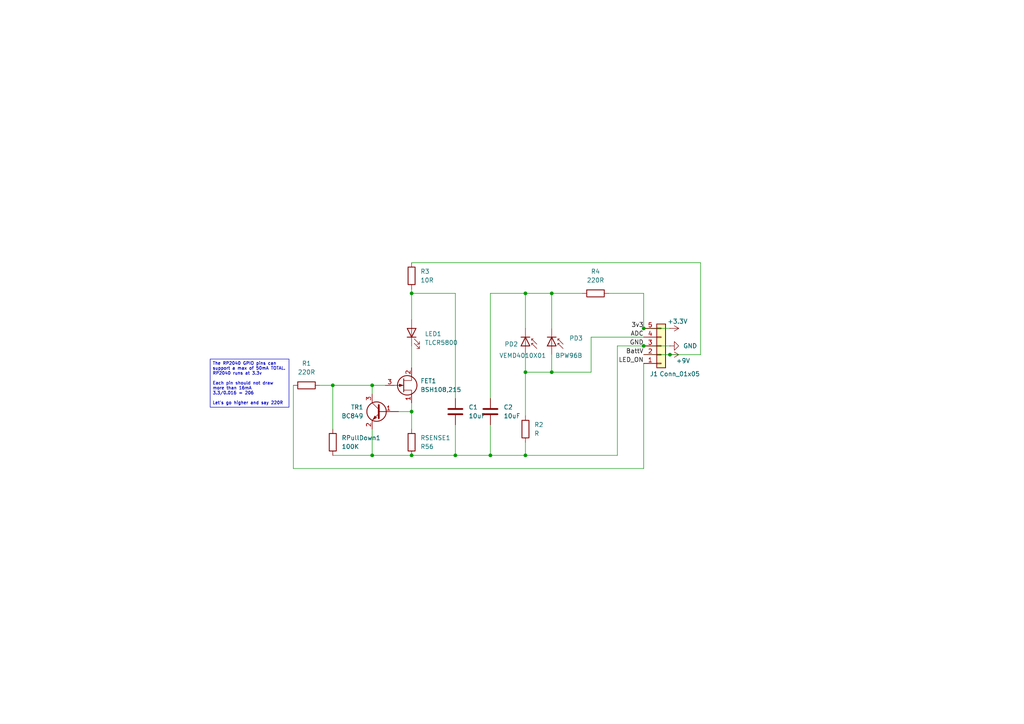
<source format=kicad_sch>
(kicad_sch (version 20231120) (generator "eeschema") (generator_version "8.0")
  (paper "A4")
  (title_block (title "Mouse SMD Sensor Board") (date "2024-12-19") (rev "${version}") (company "Design of a simple generic sensor board for SMD or THT Photo Diodes"))
  (lib_symbols
    (symbol "Connector_Generic:Conn_01x05" (pin_names (offset 1.016) hide)
      (property "Reference" "J" (at 0 7.62 0))
      (property "Value" "Conn_01x05" (at 0 -7.62 0))
      (symbol "Conn_01x05_1_1"
        (rectangle (start -1.27 -4.953) (end 0 -5.207) (stroke (width 0.1524)))
        (rectangle (start -1.27 -2.413) (end 0 -2.667) (stroke (width 0.1524)))
        (rectangle (start -1.27 0.127) (end 0 -0.127) (stroke (width 0.1524)))
        (rectangle (start -1.27 2.667) (end 0 2.413) (stroke (width 0.1524)))
        (rectangle (start -1.27 5.207) (end 0 4.953) (stroke (width 0.1524)))
        (rectangle (start -1.27 6.35) (end 1.27 -6.35) (stroke (width 0.254)) (fill (type background)))
        (pin passive line (at -5.08 5.08 0) (length 3.81) (name "Pin_1") (number "1"))
        (pin passive line (at -5.08 2.54 0) (length 3.81) (name "Pin_2") (number "2"))
        (pin passive line (at -5.08 0 0) (length 3.81) (name "Pin_3") (number "3"))
        (pin passive line (at -5.08 -2.54 0) (length 3.81) (name "Pin_4") (number "4"))
        (pin passive line (at -5.08 -5.08 0) (length 3.81) (name "Pin_5") (number "5"))
      )
    )
    (symbol "Device:C" (pin_numbers hide) (pin_names (offset 0.254))
      (property "Reference" "C" (at 0.635 2.54 0))
      (property "Value" "C" (at 0.635 -2.54 0))
      (symbol "C_0_1"
        (polyline (pts (xy -2.032 -0.762) (xy 2.032 -0.762)) (stroke (width 0.508)))
        (polyline (pts (xy -2.032 0.762) (xy 2.032 0.762)) (stroke (width 0.508)))
      )
      (symbol "C_1_1"
        (pin passive line (at 0 3.81 270) (length 2.794) (name "~") (number "1"))
        (pin passive line (at 0 -3.81 90) (length 2.794) (name "~") (number "2"))
      )
    )
    (symbol "Device:D_Photo" (pin_numbers hide) (pin_names hide)
      (property "Reference" "D" (at 0.508 1.778 0))
      (property "Value" "D_Photo" (at -1.016 -2.794 0))
      (symbol "D_Photo_0_1"
        (polyline (pts (xy -2.54 1.27) (xy -2.54 -1.27)) (stroke (width 0.254)))
        (polyline (pts (xy -2.032 1.778) (xy -1.524 1.778)))
        (polyline (pts (xy 0 0) (xy -2.54 0)))
        (polyline (pts (xy -0.508 3.302) (xy -2.032 1.778) (xy -2.032 2.286)))
        (polyline (pts (xy 0 -1.27) (xy 0 1.27) (xy -2.54 0) (xy 0 -1.27)) (stroke (width 0.254)))
        (polyline (pts (xy 0.762 3.302) (xy -0.762 1.778) (xy -0.762 2.286) (xy -0.762 1.778) (xy -0.254 1.778)))
      )
      (symbol "D_Photo_1_1"
        (pin passive line (at -5.08 0 0) (length 2.54) (name "K") (number "1"))
        (pin passive line (at 2.54 0 180) (length 2.54) (name "A") (number "2"))
      )
    )
    (symbol "Device:LED" (pin_numbers hide) (pin_names (offset 1.016) hide)
      (property "Reference" "D" (at 0 2.54 0))
      (property "Value" "LED" (at 0 -2.54 0))
      (symbol "LED_0_1"
        (polyline (pts (xy -1.27 -1.27) (xy -1.27 1.27)) (stroke (width 0.254)))
        (polyline (pts (xy -1.27 0) (xy 1.27 0)))
        (polyline (pts (xy 1.27 -1.27) (xy 1.27 1.27) (xy -1.27 0) (xy 1.27 -1.27)) (stroke (width 0.254)))
        (polyline (pts (xy -3.048 -0.762) (xy -4.572 -2.286) (xy -3.81 -2.286) (xy -4.572 -2.286) (xy -4.572 -1.524)))
        (polyline (pts (xy -1.778 -0.762) (xy -3.302 -2.286) (xy -2.54 -2.286) (xy -3.302 -2.286) (xy -3.302 -1.524)))
      )
      (symbol "LED_1_1"
        (pin passive line (at -3.81 0 0) (length 2.54) (name "K") (number "1"))
        (pin passive line (at 3.81 0 180) (length 2.54) (name "A") (number "2"))
      )
    )
    (symbol "Device:R" (pin_numbers hide) (pin_names (offset 0))
      (property "Reference" "R" (at 2.032 0 90))
      (property "Value" "R" (at 0 0 90))
      (symbol "R_0_1"
        (rectangle (start -1.016 -2.54) (end 1.016 2.54) (stroke (width 0.254)))
      )
      (symbol "R_1_1"
        (pin passive line (at 0 3.81 270) (length 1.27) (name "~") (number "1"))
        (pin passive line (at 0 -3.81 90) (length 1.27) (name "~") (number "2"))
      )
    )
    (symbol "Transistor_BJT:BC849" (pin_names (offset 0) hide)
      (property "Reference" "Q" (at 5.08 1.905 0))
      (property "Value" "BC849" (at 5.08 0 0))
      (symbol "BC849_0_1"
        (polyline (pts (xy 0.635 0.635) (xy 2.54 2.54)))
        (polyline (pts (xy 0.635 -0.635) (xy 2.54 -2.54) (xy 2.54 -2.54)))
        (polyline (pts (xy 0.635 1.905) (xy 0.635 -1.905) (xy 0.635 -1.905)) (stroke (width 0.508)))
        (polyline (pts (xy 1.27 -1.778) (xy 1.778 -1.27) (xy 2.286 -2.286) (xy 1.27 -1.778) (xy 1.27 -1.778)) (fill (type outline)))
        (circle (center 1.27 0) (radius 2.8194) (stroke (width 0.254)))
      )
      (symbol "BC849_1_1"
        (pin input line (at -5.08 0 0) (length 5.715) (name "B") (number "1"))
        (pin passive line (at 2.54 -5.08 90) (length 2.54) (name "E") (number "2"))
        (pin passive line (at 2.54 5.08 270) (length 2.54) (name "C") (number "3"))
      )
    )
    (symbol "Transistor_FET:BF545A" (pin_names hide)
      (property "Reference" "Q" (at 5.08 1.905 0))
      (property "Value" "BF545A" (at 5.08 0 0))
      (symbol "BF545A_0_1"
        (polyline (pts (xy 0.254 0) (xy -2.54 0)))
        (polyline (pts (xy 0.254 1.905) (xy 0.254 -1.905)) (stroke (width 0.254)))
        (polyline (pts (xy 2.54 -2.54) (xy 2.54 -1.397) (xy 0.254 -1.397)))
        (polyline (pts (xy 2.54 2.54) (xy 2.54 1.397) (xy 0.254 1.397)))
        (polyline (pts (xy 0 0) (xy -1.016 0.381) (xy -1.016 -0.381) (xy 0 0)) (fill (type outline)))
        (circle (center 1.27 0) (radius 2.8194) (stroke (width 0.254)))
      )
      (symbol "BF545A_1_1"
        (pin passive line (at 2.54 -5.08 90) (length 2.54) (name "S") (number "1"))
        (pin passive line (at 2.54 5.08 270) (length 2.54) (name "D") (number "2"))
        (pin input line (at -5.08 0 0) (length 2.54) (name "G") (number "3"))
      )
    )
    (symbol "power:+3.3V" (power) (pin_numbers hide) (pin_names (offset 0) hide)
      (property "Value" "+3.3V" (at 0 3.556 0))
      (symbol "+3.3V_0_1"
        (polyline (pts (xy -0.762 1.27) (xy 0 2.54)))
        (polyline (pts (xy 0 0) (xy 0 2.54)))
        (polyline (pts (xy 0 2.54) (xy 0.762 1.27)))
      )
      (symbol "+3.3V_1_1"
        (pin power_in line (at 0 0 90) (length 0) (name "~") (number "1"))
      )
    )
    (symbol "power:+9V" (power) (pin_numbers hide) (pin_names (offset 0) hide)
      (property "Value" "+9V" (at 0 3.556 0))
      (symbol "+9V_0_1"
        (polyline (pts (xy -0.762 1.27) (xy 0 2.54)))
        (polyline (pts (xy 0 0) (xy 0 2.54)))
        (polyline (pts (xy 0 2.54) (xy 0.762 1.27)))
      )
      (symbol "+9V_1_1"
        (pin power_in line (at 0 0 90) (length 0) (name "~") (number "1"))
      )
    )
    (symbol "power:GND" (power) (pin_numbers hide) (pin_names (offset 0) hide)
      (property "Value" "GND" (at 0 -3.81 0))
      (symbol "GND_0_1"
        (polyline (pts (xy 0 0) (xy 0 -1.27) (xy 1.27 -1.27) (xy 0 -2.54) (xy -1.27 -1.27) (xy 0 -1.27)))
      )
      (symbol "GND_1_1"
        (pin power_in line (at 0 0 270) (length 0) (name "~") (number "1"))
      )
    )
  )
  (junction (at 119.38 85.09))
  (junction (at 107.95 111.76))
  (junction (at 96.52 111.76))
  (junction (at 119.38 132.08))
  (junction (at 119.38 119.38))
  (junction (at 107.95 132.08))
  (junction (at 160.02 85.09))
  (junction (at 186.69 100.33))
  (junction (at 152.4 132.08))
  (junction (at 160.02 107.95))
  (junction (at 152.4 85.09))
  (junction (at 152.4 107.95))
  (junction (at 142.24 132.08))
  (junction (at 194.31 102.87))
  (junction (at 186.69 95.25))
  (junction (at 132.08 132.08))
  (wire (pts (xy 152.4 85.09) (xy 152.4 95.25)))
  (wire (pts (xy 107.95 132.08) (xy 119.38 132.08)))
  (wire (pts (xy 119.38 116.84) (xy 119.38 119.38)))
  (wire (pts (xy 152.4 107.95) (xy 152.4 120.65)))
  (wire (pts (xy 85.09 111.76) (xy 85.09 135.89)))
  (wire (pts (xy 186.69 102.87) (xy 194.31 102.87)))
  (wire (pts (xy 115.57 119.38) (xy 119.38 119.38)))
  (wire (pts (xy 85.09 135.89) (xy 186.69 135.89)))
  (wire (pts (xy 142.24 123.19) (xy 142.24 132.08)))
  (wire (pts (xy 132.08 123.19) (xy 132.08 132.08)))
  (wire (pts (xy 119.38 119.38) (xy 119.38 124.46)))
  (wire (pts (xy 107.95 124.46) (xy 107.95 132.08)))
  (wire (pts (xy 152.4 102.87) (xy 152.4 107.95)))
  (wire (pts (xy 132.08 132.08) (xy 142.24 132.08)))
  (wire (pts (xy 119.38 85.09) (xy 132.08 85.09)))
  (wire (pts (xy 142.24 132.08) (xy 152.4 132.08)))
  (wire (pts (xy 132.08 85.09) (xy 132.08 115.57)))
  (wire (pts (xy 203.2 102.87) (xy 203.2 76.2)))
  (wire (pts (xy 107.95 111.76) (xy 111.76 111.76)))
  (wire (pts (xy 176.53 85.09) (xy 186.69 85.09)))
  (wire (pts (xy 160.02 107.95) (xy 171.45 107.95)))
  (wire (pts (xy 96.52 111.76) (xy 96.52 124.46)))
  (wire (pts (xy 186.69 95.25) (xy 186.69 85.09)))
  (wire (pts (xy 171.45 97.79) (xy 171.45 107.95)))
  (wire (pts (xy 142.24 85.09) (xy 142.24 115.57)))
  (wire (pts (xy 186.69 100.33) (xy 179.07 100.33)))
  (wire (pts (xy 160.02 102.87) (xy 160.02 107.95)))
  (wire (pts (xy 194.31 95.25) (xy 186.69 95.25)))
  (wire (pts (xy 152.4 85.09) (xy 160.02 85.09)))
  (wire (pts (xy 119.38 83.82) (xy 119.38 85.09)))
  (wire (pts (xy 179.07 100.33) (xy 179.07 132.08)))
  (wire (pts (xy 92.71 111.76) (xy 96.52 111.76)))
  (wire (pts (xy 96.52 111.76) (xy 107.95 111.76)))
  (wire (pts (xy 186.69 135.89) (xy 186.69 105.41)))
  (wire (pts (xy 160.02 107.95) (xy 152.4 107.95)))
  (wire (pts (xy 160.02 85.09) (xy 168.91 85.09)))
  (wire (pts (xy 152.4 132.08) (xy 179.07 132.08)))
  (wire (pts (xy 119.38 132.08) (xy 132.08 132.08)))
  (wire (pts (xy 152.4 128.27) (xy 152.4 132.08)))
  (wire (pts (xy 107.95 111.76) (xy 107.95 114.3)))
  (wire (pts (xy 186.69 100.33) (xy 194.31 100.33)))
  (wire (pts (xy 171.45 97.79) (xy 186.69 97.79)))
  (wire (pts (xy 119.38 100.33) (xy 119.38 106.68)))
  (wire (pts (xy 96.52 132.08) (xy 107.95 132.08)))
  (wire (pts (xy 119.38 76.2) (xy 203.2 76.2)))
  (wire (pts (xy 119.38 85.09) (xy 119.38 92.71)))
  (wire (pts (xy 194.31 102.87) (xy 203.2 102.87)))
  (wire (pts (xy 160.02 85.09) (xy 160.02 95.25)))
  (wire (pts (xy 142.24 85.09) (xy 152.4 85.09)))
  (text_box "The RP2040 GPIO pins can support a max of 50mA TOTAL. RP2040 runs at 3.3v\n\nEach pin should not draw more than 16mA\n3.3/0.016 = 206\n\nLet's go higher and say 220R" (at 60.96 104.14 0) (size 22.86 13.97) (effects (font (size 0.889 0.889)) (justify left top)))
  (label "GND" (at 186.69 100.33 180))
  (label "LED_ON" (at 186.69 105.41 180))
  (label "3v3" (at 186.69 95.25 180))
  (label "ADC" (at 186.69 97.79 180))
  (label "BattV" (at 186.69 102.87 180))
  (symbol (lib_id "power:+9V") (at 194.31 102.87 270) (unit 1)
    (property "Reference" "#PWR02" (effects (hide yes)))
    (property "Value" "+9V" (at 196.088 104.648 90) (effects (justify left)))
    (property "Description" "Power symbol creates a global label with name \"+9V\"" (effects (hide yes)))
  )
  (symbol (lib_id "Device:R") (at 96.52 128.27 0) (unit 1)
    (property "Reference" "RPullDown1" (at 99.06 126.9999 0) (effects (justify left)))
    (property "Value" "100K" (at 99.06 129.5399 0) (effects (justify left)))
    (property "Footprint" "Resistor_SMD:R_0805_2012Metric" (effects (hide yes)))
    (property "Description" "Resistor" (effects (hide yes)))
  )
  (symbol (lib_id "Device:R") (at 152.4 124.46 0) (unit 1)
    (property "Reference" "R2" (at 154.94 123.1899 0) (effects (justify left)))
    (property "Value" "R" (at 154.94 125.7299 0) (effects (justify left)))
    (property "Footprint" "Resistor_SMD:R_0805_2012Metric" (effects (hide yes)))
    (property "Description" "Resistor" (effects (hide yes)))
  )
  (symbol (lib_id "power:GND") (at 194.31 100.33 90) (unit 1)
    (property "Reference" "#PWR01" (effects (hide yes)))
    (property "Value" "GND" (at 198.12 100.3299 90) (effects (justify right)))
    (property "Description" "Power symbol creates a global label with name \"GND\" , ground" (effects (hide yes)))
  )
  (symbol (lib_id "power:+3.3V") (at 194.31 95.25 270) (unit 1)
    (property "Reference" "#PWR03" (effects (hide yes)))
    (property "Value" "+3.3V" (at 193.548 93.218 90) (effects (justify left)))
    (property "Description" "Power symbol creates a global label with name \"+3.3V\"" (effects (hide yes)))
  )
  (symbol (lib_id "Device:C") (at 132.08 119.38 0) (unit 1)
    (property "Reference" "C1" (at 135.89 118.1099 0) (effects (justify left)))
    (property "Value" "10uF" (at 135.89 120.6499 0) (effects (justify left)))
    (property "Footprint" "Capacitor_SMD:C_0805_2012Metric" (effects (hide yes)))
    (property "Description" "Unpolarized capacitor" (effects (hide yes)))
  )
  (symbol (lib_id "Device:LED") (at 119.38 96.52 90) (unit 1)
    (property "Reference" "LED1" (at 123.19 96.8374 90) (effects (justify right)))
    (property "Value" "TLCR5800" (at 123.19 99.3774 90) (effects (justify right)))
    (property "Footprint" "LED_THT:LED_D5.0mm" (effects (hide yes)))
    (property "Description" "Light emitting diode" (effects (hide yes)))
  )
  (symbol (lib_id "Device:R") (at 119.38 128.27 0) (unit 1)
    (property "Reference" "RSENSE1" (at 121.92 126.9999 0) (effects (justify left)))
    (property "Value" "R56" (at 121.92 129.5399 0) (effects (justify left)))
    (property "Footprint" "Resistor_SMD:R_0805_2012Metric" (effects (hide yes)))
    (property "Description" "Resistor" (effects (hide yes)))
  )
  (symbol (lib_id "Connector_Generic:Conn_01x05") (at 191.77 100.33 0) (mirror x) (unit 1)
    (property "Reference" "J1" (at 188.468 108.458 0) (effects (justify left)))
    (property "Value" "Conn_01x05" (at 191.262 108.458 0) (effects (justify left)))
    (property "Footprint" "Connector_PinHeader_2.54mm:PinHeader_1x05_P2.54mm_Vertical" (effects (hide yes)))
    (property "Description" "Generic connector, single row, 01x05, script generated (kicad-library-utils/schlib/autogen/connector/)" (effects (hide yes)))
  )
  (symbol (lib_id "Device:R") (at 88.9 111.76 90) (unit 1)
    (property "Reference" "R1" (at 88.9 105.41 90))
    (property "Value" "220R" (at 88.9 107.95 90))
    (property "Footprint" "Resistor_SMD:R_0805_2012Metric" (effects (hide yes)))
    (property "Description" "Resistor" (effects (hide yes)))
  )
  (symbol (lib_id "Device:C") (at 142.24 119.38 0) (unit 1)
    (property "Reference" "C2" (at 146.05 118.1099 0) (effects (justify left)))
    (property "Value" "10uF" (at 146.05 120.6499 0) (effects (justify left)))
    (property "Footprint" "Capacitor_SMD:C_0805_2012Metric" (effects (hide yes)))
    (property "Description" "Unpolarized capacitor" (effects (hide yes)))
  )
  (symbol (lib_id "Device:R") (at 119.38 80.01 0) (unit 1)
    (property "Reference" "R3" (at 121.92 78.7399 0) (effects (justify left)))
    (property "Value" "10R" (at 121.92 81.2799 0) (effects (justify left)))
    (property "Footprint" "Resistor_SMD:R_0805_2012Metric" (effects (hide yes)))
    (property "Description" "Resistor" (effects (hide yes)))
  )
  (symbol (lib_id "Transistor_BJT:BC849") (at 110.49 119.38 0) (mirror y) (unit 1)
    (property "Reference" "TR1" (at 105.41 118.1099 0) (effects (justify left)))
    (property "Value" "BC849" (at 105.41 120.6499 0) (effects (justify left)))
    (property "Footprint" "Package_TO_SOT_SMD:SOT-23" (effects (hide yes)))
    (property "Datasheet" "http://www.infineon.com/dgdl/Infineon-BC847SERIES_BC848SERIES_BC849SERIES_BC850SERIES-DS-v01_01-en.pdf?fileId=db3a304314dca389011541d4630a1657" (effects (hide yes)))
    (property "Description" "0.1A Ic, 30V Vce, NPN Transistor, SOT-23" (effects (hide yes)))
  )
  (symbol (lib_id "Transistor_FET:BF545A") (at 116.84 111.76 0) (unit 1)
    (property "Reference" "FET1" (at 121.92 110.4899 0) (effects (justify left)))
    (property "Value" "BSH108,215" (at 121.92 113.0299 0) (effects (justify left)))
    (property "Footprint" "Package_TO_SOT_SMD:SOT-23" (effects (hide yes)))
    (property "Datasheet" "https://www.nxp.com/docs/en/data-sheet/BF545A_BF545B_BF545C.pdf" (effects (hide yes)))
    (property "Description" "5mA Idss, 30V Vgs, N-Channel JFET, SOT-23" (effects (hide yes)))
  )
  (symbol (lib_id "Device:R") (at 172.72 85.09 90) (unit 1)
    (property "Reference" "R4" (at 172.72 78.74 90))
    (property "Value" "220R" (at 172.72 81.28 90))
    (property "Footprint" "Resistor_SMD:R_0805_2012Metric" (effects (hide yes)))
    (property "Description" "Resistor" (effects (hide yes)))
  )
  (symbol (lib_id "Device:D_Photo") (at 152.4 100.33 270) (unit 1)
    (property "Reference" "PD2" (at 146.304 99.822 90) (effects (justify left)))
    (property "Value" "VEMD4010X01" (at 144.78 103.124 90) (effects (justify left)))
    (property "Footprint" "Resistor_SMD:R_0805_2012Metric" (effects (hide yes)))
    (property "Description" "Photodiode VEMD4010X01" (effects (hide yes)))
  )
  (symbol (lib_id "Device:D_Photo") (at 160.02 100.33 270) (unit 1)
    (property "Reference" "PD3" (at 165.1 98.1074 90) (effects (justify left)))
    (property "Value" "BPW96B" (at 161.036 103.124 90) (effects (justify left)))
    (property "Footprint" "LED_THT:LED_D5.0mm" (effects (hide yes)))
    (property "Description" "Photodiode" (effects (hide yes)))
  )
)
</source>
